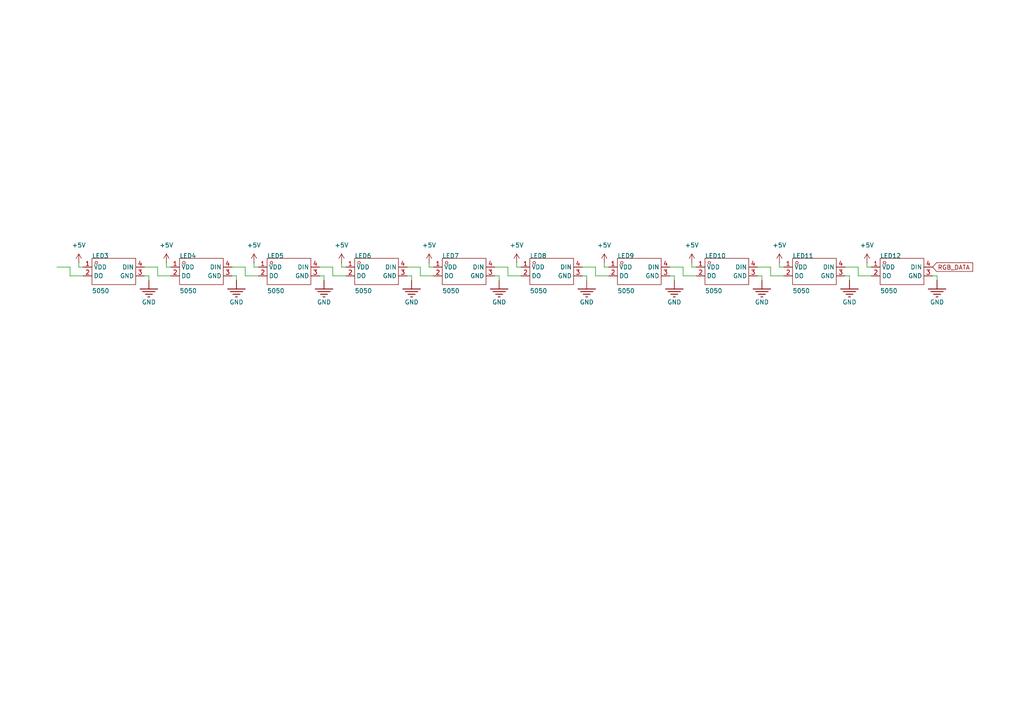
<source format=kicad_sch>
(kicad_sch
	(version 20231120)
	(generator "eeschema")
	(generator_version "8.0")
	(uuid "f85405bd-0f02-425c-9fed-07afd7024c5d")
	(paper "A4")
	(lib_symbols
		(symbol "Robot druh-easyedapro:5050"
			(exclude_from_sim no)
			(in_bom yes)
			(on_board yes)
			(property "Reference" "LED"
				(at 0 0 0)
				(effects
					(font
						(size 1.27 1.27)
					)
				)
			)
			(property "Value" ""
				(at 0 0 0)
				(effects
					(font
						(size 1.27 1.27)
					)
				)
			)
			(property "Footprint" "Robot druh-easyedapro:LED-SMD_4P-L5.0-W5.0-BL_TC5050RGB"
				(at 0 0 0)
				(effects
					(font
						(size 1.27 1.27)
					)
					(hide yes)
				)
			)
			(property "Datasheet" ""
				(at 0 0 0)
				(effects
					(font
						(size 1.27 1.27)
					)
					(hide yes)
				)
			)
			(property "Description" ""
				(at 0 0 0)
				(effects
					(font
						(size 1.27 1.27)
					)
					(hide yes)
				)
			)
			(property "Manufacturer Part" "5050"
				(at 0 0 0)
				(effects
					(font
						(size 1.27 1.27)
					)
					(hide yes)
				)
			)
			(property "Supplier Part" "C9900018310"
				(at 0 0 0)
				(effects
					(font
						(size 1.27 1.27)
					)
					(hide yes)
				)
			)
			(property "Supplier" "LCSC"
				(at 0 0 0)
				(effects
					(font
						(size 1.27 1.27)
					)
					(hide yes)
				)
			)
			(property "LCSC Part Name" "5050"
				(at 0 0 0)
				(effects
					(font
						(size 1.27 1.27)
					)
					(hide yes)
				)
			)
			(symbol "5050_1_0"
				(rectangle
					(start -6.35 -3.81)
					(end 6.35 3.81)
					(stroke
						(width 0)
						(type default)
					)
					(fill
						(type none)
					)
				)
				(circle
					(center -5.08 2.54)
					(radius 0.381)
					(stroke
						(width 0)
						(type default)
					)
					(fill
						(type none)
					)
				)
				(pin unspecified line
					(at -8.89 1.27 0)
					(length 2.54)
					(name "VDD"
						(effects
							(font
								(size 1.27 1.27)
							)
						)
					)
					(number "1"
						(effects
							(font
								(size 1.27 1.27)
							)
						)
					)
				)
				(pin unspecified line
					(at -8.89 -1.27 0)
					(length 2.54)
					(name "DO"
						(effects
							(font
								(size 1.27 1.27)
							)
						)
					)
					(number "2"
						(effects
							(font
								(size 1.27 1.27)
							)
						)
					)
				)
				(pin unspecified line
					(at 8.89 -1.27 180)
					(length 2.54)
					(name "GND"
						(effects
							(font
								(size 1.27 1.27)
							)
						)
					)
					(number "3"
						(effects
							(font
								(size 1.27 1.27)
							)
						)
					)
				)
				(pin unspecified line
					(at 8.89 1.27 180)
					(length 2.54)
					(name "DIN"
						(effects
							(font
								(size 1.27 1.27)
							)
						)
					)
					(number "4"
						(effects
							(font
								(size 1.27 1.27)
							)
						)
					)
				)
			)
		)
		(symbol "Robot druh-easyedapro:Ground-GND"
			(power)
			(pin_numbers hide)
			(pin_names hide)
			(exclude_from_sim no)
			(in_bom yes)
			(on_board yes)
			(property "Reference" "#PWR"
				(at 0 0 0)
				(effects
					(font
						(size 1.27 1.27)
					)
					(hide yes)
				)
			)
			(property "Value" "GND"
				(at 0 -6.35 0)
				(effects
					(font
						(size 1.27 1.27)
					)
				)
			)
			(property "Footprint" "Robot druh-easyedapro:"
				(at 0 0 0)
				(effects
					(font
						(size 1.27 1.27)
					)
					(hide yes)
				)
			)
			(property "Datasheet" ""
				(at 0 0 0)
				(effects
					(font
						(size 1.27 1.27)
					)
					(hide yes)
				)
			)
			(property "Description" ""
				(at 0 0 0)
				(effects
					(font
						(size 1.27 1.27)
					)
					(hide yes)
				)
			)
			(symbol "Ground-GND_1_0"
				(polyline
					(pts
						(xy -2.54 -2.54) (xy 2.54 -2.54)
					)
					(stroke
						(width 0.254)
						(type default)
					)
					(fill
						(type none)
					)
				)
				(polyline
					(pts
						(xy -1.778 -3.302) (xy 1.778 -3.302)
					)
					(stroke
						(width 0.254)
						(type default)
					)
					(fill
						(type none)
					)
				)
				(polyline
					(pts
						(xy -1.016 -4.064) (xy 1.016 -4.064)
					)
					(stroke
						(width 0.254)
						(type default)
					)
					(fill
						(type none)
					)
				)
				(polyline
					(pts
						(xy -0.254 -4.826) (xy 0.254 -4.826)
					)
					(stroke
						(width 0.254)
						(type default)
					)
					(fill
						(type none)
					)
				)
				(pin power_in line
					(at 0 0 270)
					(length 2.54)
					(name ""
						(effects
							(font
								(size 1.27 1.27)
							)
						)
					)
					(number "1"
						(effects
							(font
								(size 0.0254 0.0254)
							)
						)
					)
				)
			)
		)
		(symbol "power:+5V"
			(power)
			(pin_numbers hide)
			(pin_names
				(offset 0) hide)
			(exclude_from_sim no)
			(in_bom yes)
			(on_board yes)
			(property "Reference" "#PWR"
				(at 0 -3.81 0)
				(effects
					(font
						(size 1.27 1.27)
					)
					(hide yes)
				)
			)
			(property "Value" "+5V"
				(at 0 3.556 0)
				(effects
					(font
						(size 1.27 1.27)
					)
				)
			)
			(property "Footprint" ""
				(at 0 0 0)
				(effects
					(font
						(size 1.27 1.27)
					)
					(hide yes)
				)
			)
			(property "Datasheet" ""
				(at 0 0 0)
				(effects
					(font
						(size 1.27 1.27)
					)
					(hide yes)
				)
			)
			(property "Description" "Power symbol creates a global label with name \"+5V\""
				(at 0 0 0)
				(effects
					(font
						(size 1.27 1.27)
					)
					(hide yes)
				)
			)
			(property "ki_keywords" "global power"
				(at 0 0 0)
				(effects
					(font
						(size 1.27 1.27)
					)
					(hide yes)
				)
			)
			(symbol "+5V_0_1"
				(polyline
					(pts
						(xy -0.762 1.27) (xy 0 2.54)
					)
					(stroke
						(width 0)
						(type default)
					)
					(fill
						(type none)
					)
				)
				(polyline
					(pts
						(xy 0 0) (xy 0 2.54)
					)
					(stroke
						(width 0)
						(type default)
					)
					(fill
						(type none)
					)
				)
				(polyline
					(pts
						(xy 0 2.54) (xy 0.762 1.27)
					)
					(stroke
						(width 0)
						(type default)
					)
					(fill
						(type none)
					)
				)
			)
			(symbol "+5V_1_1"
				(pin power_in line
					(at 0 0 90)
					(length 0)
					(name "~"
						(effects
							(font
								(size 1.27 1.27)
							)
						)
					)
					(number "1"
						(effects
							(font
								(size 1.27 1.27)
							)
						)
					)
				)
			)
		)
	)
	(wire
		(pts
			(xy 143.51 77.47) (xy 147.32 77.47)
		)
		(stroke
			(width 0)
			(type default)
		)
		(uuid "015fcfcd-00df-4104-965a-283e2b06ebcf")
	)
	(wire
		(pts
			(xy 195.58 81.28) (xy 195.58 80.01)
		)
		(stroke
			(width 0)
			(type default)
		)
		(uuid "02495c90-d05a-4157-bfe2-011fe7f119b8")
	)
	(wire
		(pts
			(xy 175.26 77.47) (xy 175.26 76.2)
		)
		(stroke
			(width 0)
			(type default)
		)
		(uuid "07885261-a6c2-4f44-b89d-1b928a40d97f")
	)
	(wire
		(pts
			(xy 151.13 77.47) (xy 149.86 77.47)
		)
		(stroke
			(width 0)
			(type default)
		)
		(uuid "099475e7-34e7-4ef7-9414-8de57ebd2520")
	)
	(wire
		(pts
			(xy 96.52 80.01) (xy 100.33 80.01)
		)
		(stroke
			(width 0)
			(type default)
		)
		(uuid "15ce3e1d-f303-4d6f-bc8d-7597ec319dba")
	)
	(wire
		(pts
			(xy 144.78 80.01) (xy 143.51 80.01)
		)
		(stroke
			(width 0)
			(type default)
		)
		(uuid "170fcf63-548c-44f4-817c-8fa9a831d94c")
	)
	(wire
		(pts
			(xy 124.46 77.47) (xy 124.46 76.2)
		)
		(stroke
			(width 0)
			(type default)
		)
		(uuid "19091274-2dcb-4cbb-8473-4eb1c63ac691")
	)
	(wire
		(pts
			(xy 22.86 77.47) (xy 22.86 76.2)
		)
		(stroke
			(width 0)
			(type default)
		)
		(uuid "19a28fea-f1c6-43da-b633-8fc38dc104dd")
	)
	(wire
		(pts
			(xy 45.72 77.47) (xy 45.72 80.01)
		)
		(stroke
			(width 0)
			(type default)
		)
		(uuid "1ab5acc2-d5ea-442e-a2ac-cbe58d887347")
	)
	(wire
		(pts
			(xy 271.78 81.28) (xy 271.78 80.01)
		)
		(stroke
			(width 0)
			(type default)
		)
		(uuid "1c9f956e-9a94-4f5e-bd9d-5e99a8ded47e")
	)
	(wire
		(pts
			(xy 49.53 77.47) (xy 48.26 77.47)
		)
		(stroke
			(width 0)
			(type default)
		)
		(uuid "1d9b2455-0f33-486e-9ddf-dc10158a64cd")
	)
	(wire
		(pts
			(xy 43.18 80.01) (xy 41.91 80.01)
		)
		(stroke
			(width 0)
			(type default)
		)
		(uuid "1fea1ebb-4a1e-4960-95e5-e97e717f7eff")
	)
	(wire
		(pts
			(xy 246.38 80.01) (xy 245.11 80.01)
		)
		(stroke
			(width 0)
			(type default)
		)
		(uuid "2b3132af-1938-4c55-975b-b244ef273c1b")
	)
	(wire
		(pts
			(xy 168.91 77.47) (xy 172.72 77.47)
		)
		(stroke
			(width 0)
			(type default)
		)
		(uuid "2c586e02-75cb-4706-bd8f-35052230aa71")
	)
	(wire
		(pts
			(xy 220.98 80.01) (xy 219.71 80.01)
		)
		(stroke
			(width 0)
			(type default)
		)
		(uuid "34120148-50b1-402f-a7d4-00993159da62")
	)
	(wire
		(pts
			(xy 96.52 77.47) (xy 96.52 80.01)
		)
		(stroke
			(width 0)
			(type default)
		)
		(uuid "35e2be63-1288-479b-b164-e7f1ce8c5e6f")
	)
	(wire
		(pts
			(xy 147.32 80.01) (xy 151.13 80.01)
		)
		(stroke
			(width 0)
			(type default)
		)
		(uuid "3e4072d1-3a97-4f9c-a07f-f1aad89d0f39")
	)
	(wire
		(pts
			(xy 16.51 77.47) (xy 20.32 77.47)
		)
		(stroke
			(width 0)
			(type default)
		)
		(uuid "3f83b078-16f5-4b81-92cf-15ad49b41e4d")
	)
	(wire
		(pts
			(xy 68.58 80.01) (xy 67.31 80.01)
		)
		(stroke
			(width 0)
			(type default)
		)
		(uuid "4096b653-f1b7-4c6e-adba-c1ec0ebe1905")
	)
	(wire
		(pts
			(xy 125.73 77.47) (xy 124.46 77.47)
		)
		(stroke
			(width 0)
			(type default)
		)
		(uuid "46227c63-efe2-4d54-9356-d9003235595e")
	)
	(wire
		(pts
			(xy 201.93 77.47) (xy 200.66 77.47)
		)
		(stroke
			(width 0)
			(type default)
		)
		(uuid "4751ebc3-ef8c-42d2-9288-a97b1e8d47a2")
	)
	(wire
		(pts
			(xy 99.06 77.47) (xy 99.06 76.2)
		)
		(stroke
			(width 0)
			(type default)
		)
		(uuid "483f4594-5211-44dc-a3b6-67091f08c003")
	)
	(wire
		(pts
			(xy 172.72 77.47) (xy 172.72 80.01)
		)
		(stroke
			(width 0)
			(type default)
		)
		(uuid "492f2d66-2ef6-460a-9a99-2a7bb25cb0e0")
	)
	(wire
		(pts
			(xy 226.06 77.47) (xy 226.06 76.2)
		)
		(stroke
			(width 0)
			(type default)
		)
		(uuid "4a06cb3c-584b-4fd2-81c8-05f585d1703e")
	)
	(wire
		(pts
			(xy 246.38 81.28) (xy 246.38 80.01)
		)
		(stroke
			(width 0)
			(type default)
		)
		(uuid "4a6d480f-f930-4ad0-b9ed-cd723dbdeb58")
	)
	(wire
		(pts
			(xy 252.73 77.47) (xy 251.46 77.47)
		)
		(stroke
			(width 0)
			(type default)
		)
		(uuid "4e0352aa-26c1-4733-b4f1-94c1af352257")
	)
	(wire
		(pts
			(xy 149.86 77.47) (xy 149.86 76.2)
		)
		(stroke
			(width 0)
			(type default)
		)
		(uuid "505813b8-380a-4e3d-b94d-262f805c4e17")
	)
	(wire
		(pts
			(xy 121.92 80.01) (xy 125.73 80.01)
		)
		(stroke
			(width 0)
			(type default)
		)
		(uuid "505975b4-d09f-4fd3-a580-3d764a87f5df")
	)
	(wire
		(pts
			(xy 45.72 80.01) (xy 49.53 80.01)
		)
		(stroke
			(width 0)
			(type default)
		)
		(uuid "5161f80d-93e9-42b3-84ac-65dea048f730")
	)
	(wire
		(pts
			(xy 43.18 81.28) (xy 43.18 80.01)
		)
		(stroke
			(width 0)
			(type default)
		)
		(uuid "536a6cec-7007-4a43-b452-e7868e54f7cc")
	)
	(wire
		(pts
			(xy 170.18 81.28) (xy 170.18 80.01)
		)
		(stroke
			(width 0)
			(type default)
		)
		(uuid "53df718e-c237-4cf4-b124-9adaa34d1ae8")
	)
	(wire
		(pts
			(xy 198.12 77.47) (xy 198.12 80.01)
		)
		(stroke
			(width 0)
			(type default)
		)
		(uuid "5594c749-e72e-407b-a048-61ced996e57e")
	)
	(wire
		(pts
			(xy 223.52 80.01) (xy 227.33 80.01)
		)
		(stroke
			(width 0)
			(type default)
		)
		(uuid "564911f9-6c4f-4731-8920-f8f673ab108f")
	)
	(wire
		(pts
			(xy 24.13 77.47) (xy 22.86 77.47)
		)
		(stroke
			(width 0)
			(type default)
		)
		(uuid "59189ddb-1f12-4e4c-bef6-13d490371635")
	)
	(wire
		(pts
			(xy 251.46 77.47) (xy 251.46 76.2)
		)
		(stroke
			(width 0)
			(type default)
		)
		(uuid "6a6f8d76-198a-4d5e-bf3b-81b7f2985d07")
	)
	(wire
		(pts
			(xy 144.78 81.28) (xy 144.78 80.01)
		)
		(stroke
			(width 0)
			(type default)
		)
		(uuid "6f5f8b05-c2d4-4849-bea4-5172ccb08db9")
	)
	(wire
		(pts
			(xy 71.12 77.47) (xy 71.12 80.01)
		)
		(stroke
			(width 0)
			(type default)
		)
		(uuid "7142368e-44ee-4b36-b50c-723034bfad5d")
	)
	(wire
		(pts
			(xy 74.93 77.47) (xy 73.66 77.47)
		)
		(stroke
			(width 0)
			(type default)
		)
		(uuid "72656c7f-7d8c-4506-ac4c-cbd08af3fde7")
	)
	(wire
		(pts
			(xy 73.66 77.47) (xy 73.66 76.2)
		)
		(stroke
			(width 0)
			(type default)
		)
		(uuid "729eba7a-7421-4947-8c77-f49522132c54")
	)
	(wire
		(pts
			(xy 121.92 77.47) (xy 121.92 80.01)
		)
		(stroke
			(width 0)
			(type default)
		)
		(uuid "75a17784-396d-4d6b-a2fa-ab635090ceb9")
	)
	(wire
		(pts
			(xy 118.11 77.47) (xy 121.92 77.47)
		)
		(stroke
			(width 0)
			(type default)
		)
		(uuid "76a5a4c8-5917-42b1-a344-318b9a5d5ad3")
	)
	(wire
		(pts
			(xy 248.92 80.01) (xy 252.73 80.01)
		)
		(stroke
			(width 0)
			(type default)
		)
		(uuid "76d2bc65-4174-425a-a7eb-cc6ea365bfad")
	)
	(wire
		(pts
			(xy 93.98 80.01) (xy 92.71 80.01)
		)
		(stroke
			(width 0)
			(type default)
		)
		(uuid "7b897194-2bd9-47b4-b301-3e1893216f73")
	)
	(wire
		(pts
			(xy 219.71 77.47) (xy 223.52 77.47)
		)
		(stroke
			(width 0)
			(type default)
		)
		(uuid "7f5cb4d8-3da6-4fd5-9a75-ad86bda6b26f")
	)
	(wire
		(pts
			(xy 245.11 77.47) (xy 248.92 77.47)
		)
		(stroke
			(width 0)
			(type default)
		)
		(uuid "839e0ce1-2f0d-43aa-bc00-2fe41a3755da")
	)
	(wire
		(pts
			(xy 170.18 80.01) (xy 168.91 80.01)
		)
		(stroke
			(width 0)
			(type default)
		)
		(uuid "8699fd02-317c-4ef6-a1d8-00e909ac3165")
	)
	(wire
		(pts
			(xy 147.32 77.47) (xy 147.32 80.01)
		)
		(stroke
			(width 0)
			(type default)
		)
		(uuid "88a8e22a-b8ea-4f1b-9d90-632b66e91a75")
	)
	(wire
		(pts
			(xy 198.12 80.01) (xy 201.93 80.01)
		)
		(stroke
			(width 0)
			(type default)
		)
		(uuid "8cca702b-7f91-461f-b15c-f14fb4a801b0")
	)
	(wire
		(pts
			(xy 119.38 81.28) (xy 119.38 80.01)
		)
		(stroke
			(width 0)
			(type default)
		)
		(uuid "8cdeb3ff-5caa-42a1-8ca8-6629fea22b4c")
	)
	(wire
		(pts
			(xy 195.58 80.01) (xy 194.31 80.01)
		)
		(stroke
			(width 0)
			(type default)
		)
		(uuid "9aafde8a-4a52-404d-aea7-eaf992dcff73")
	)
	(wire
		(pts
			(xy 68.58 81.28) (xy 68.58 80.01)
		)
		(stroke
			(width 0)
			(type default)
		)
		(uuid "9e8b0751-75a8-4385-b879-c2a3067cca13")
	)
	(wire
		(pts
			(xy 41.91 77.47) (xy 45.72 77.47)
		)
		(stroke
			(width 0)
			(type default)
		)
		(uuid "a3522178-aad0-48be-b78d-7ceb9914ffde")
	)
	(wire
		(pts
			(xy 119.38 80.01) (xy 118.11 80.01)
		)
		(stroke
			(width 0)
			(type default)
		)
		(uuid "a6708dbb-fe2c-4fed-bdbf-f8f4b634a707")
	)
	(wire
		(pts
			(xy 271.78 80.01) (xy 270.51 80.01)
		)
		(stroke
			(width 0)
			(type default)
		)
		(uuid "abc31d4d-b573-431f-a776-7c0ec0eca457")
	)
	(wire
		(pts
			(xy 248.92 77.47) (xy 248.92 80.01)
		)
		(stroke
			(width 0)
			(type default)
		)
		(uuid "b1f9ef78-161b-4f9c-8018-b699f57d5f4f")
	)
	(wire
		(pts
			(xy 20.32 77.47) (xy 20.32 80.01)
		)
		(stroke
			(width 0)
			(type default)
		)
		(uuid "bbab599b-9175-4e63-9839-5025d47172fe")
	)
	(wire
		(pts
			(xy 223.52 77.47) (xy 223.52 80.01)
		)
		(stroke
			(width 0)
			(type default)
		)
		(uuid "bd515d1b-f2a9-4fd6-87b2-9c3496ceae07")
	)
	(wire
		(pts
			(xy 92.71 77.47) (xy 96.52 77.47)
		)
		(stroke
			(width 0)
			(type default)
		)
		(uuid "bfbf4f97-b458-492a-a715-2fcd5c6e4ae4")
	)
	(wire
		(pts
			(xy 194.31 77.47) (xy 198.12 77.47)
		)
		(stroke
			(width 0)
			(type default)
		)
		(uuid "c76364d5-ca7a-4f54-8516-8e7a3e7352ba")
	)
	(wire
		(pts
			(xy 100.33 77.47) (xy 99.06 77.47)
		)
		(stroke
			(width 0)
			(type default)
		)
		(uuid "c7928d28-e921-4fd8-b45f-3258c76d4e87")
	)
	(wire
		(pts
			(xy 20.32 80.01) (xy 24.13 80.01)
		)
		(stroke
			(width 0)
			(type default)
		)
		(uuid "c9de6880-6a8d-4bf1-a866-4e15e2c876df")
	)
	(wire
		(pts
			(xy 67.31 77.47) (xy 71.12 77.47)
		)
		(stroke
			(width 0)
			(type default)
		)
		(uuid "ccdaaf16-1401-4ae3-a6de-da15617fd536")
	)
	(wire
		(pts
			(xy 48.26 77.47) (xy 48.26 76.2)
		)
		(stroke
			(width 0)
			(type default)
		)
		(uuid "d5f26607-b7ea-47ca-a857-da588af19db6")
	)
	(wire
		(pts
			(xy 176.53 77.47) (xy 175.26 77.47)
		)
		(stroke
			(width 0)
			(type default)
		)
		(uuid "da8a53ad-be07-4190-92f4-2b22f5772a27")
	)
	(wire
		(pts
			(xy 227.33 77.47) (xy 226.06 77.47)
		)
		(stroke
			(width 0)
			(type default)
		)
		(uuid "e1d655f1-8d68-4925-ab81-ce9aedc48256")
	)
	(wire
		(pts
			(xy 71.12 80.01) (xy 74.93 80.01)
		)
		(stroke
			(width 0)
			(type default)
		)
		(uuid "ec764828-aa81-4ef0-ad90-edc6062f226b")
	)
	(wire
		(pts
			(xy 200.66 77.47) (xy 200.66 76.2)
		)
		(stroke
			(width 0)
			(type default)
		)
		(uuid "f23117e3-888f-4a78-8498-7d6f930cd310")
	)
	(wire
		(pts
			(xy 220.98 81.28) (xy 220.98 80.01)
		)
		(stroke
			(width 0)
			(type default)
		)
		(uuid "f4029105-fe02-4619-8c0c-1e8d888087a1")
	)
	(wire
		(pts
			(xy 93.98 81.28) (xy 93.98 80.01)
		)
		(stroke
			(width 0)
			(type default)
		)
		(uuid "f4bb6468-7967-41f1-b8ce-e7240e3a8601")
	)
	(wire
		(pts
			(xy 172.72 80.01) (xy 176.53 80.01)
		)
		(stroke
			(width 0)
			(type default)
		)
		(uuid "fd465345-82ff-4fef-bdcf-bd8415d7612f")
	)
	(global_label "RGB_DATA"
		(shape input)
		(at 270.51 77.47 0)
		(effects
			(font
				(size 1.27 1.27)
			)
			(justify left)
		)
		(uuid "e029b82b-1bfc-4ba0-9156-2f02680a4126")
		(property "Intersheetrefs" "${INTERSHEET_REFS}"
			(at 270.51 77.47 0)
			(effects
				(font
					(size 1.27 1.27)
				)
				(hide yes)
			)
		)
	)
	(symbol
		(lib_id "Robot druh-easyedapro:Ground-GND")
		(at 144.78 81.28 0)
		(unit 1)
		(exclude_from_sim no)
		(in_bom yes)
		(on_board yes)
		(dnp no)
		(uuid "0cd00f1a-6fb8-4cd6-a56d-6f53c2cd956d")
		(property "Reference" "#PWR072"
			(at 144.78 81.28 0)
			(effects
				(font
					(size 1.27 1.27)
				)
				(hide yes)
			)
		)
		(property "Value" "GND"
			(at 144.78 87.63 0)
			(effects
				(font
					(size 1.27 1.27)
				)
			)
		)
		(property "Footprint" "Robot druh-easyedapro:"
			(at 144.78 81.28 0)
			(effects
				(font
					(size 1.27 1.27)
				)
				(hide yes)
			)
		)
		(property "Datasheet" ""
			(at 144.78 81.28 0)
			(effects
				(font
					(size 1.27 1.27)
				)
				(hide yes)
			)
		)
		(property "Description" ""
			(at 144.78 81.28 0)
			(effects
				(font
					(size 1.27 1.27)
				)
				(hide yes)
			)
		)
		(pin "1"
			(uuid "874fe343-d069-4f95-94d1-d7bb4d505a7b")
		)
		(instances
			(project "LineFollower_V2"
				(path "/76a20473-53d0-433c-9f05-17cd0a98178a/9e2c9acb-58c5-4f2d-bb43-b71d41a26d17"
					(reference "#PWR072")
					(unit 1)
				)
			)
		)
	)
	(symbol
		(lib_id "power:+5V")
		(at 48.26 76.2 0)
		(unit 1)
		(exclude_from_sim no)
		(in_bom yes)
		(on_board yes)
		(dnp no)
		(fields_autoplaced yes)
		(uuid "13d60f49-9ce8-48b5-8344-457b73d11cfa")
		(property "Reference" "#PWR077"
			(at 48.26 80.01 0)
			(effects
				(font
					(size 1.27 1.27)
				)
				(hide yes)
			)
		)
		(property "Value" "+5V"
			(at 48.26 71.12 0)
			(effects
				(font
					(size 1.27 1.27)
				)
			)
		)
		(property "Footprint" ""
			(at 48.26 76.2 0)
			(effects
				(font
					(size 1.27 1.27)
				)
				(hide yes)
			)
		)
		(property "Datasheet" ""
			(at 48.26 76.2 0)
			(effects
				(font
					(size 1.27 1.27)
				)
				(hide yes)
			)
		)
		(property "Description" "Power symbol creates a global label with name \"+5V\""
			(at 48.26 76.2 0)
			(effects
				(font
					(size 1.27 1.27)
				)
				(hide yes)
			)
		)
		(pin "1"
			(uuid "1c827aff-a981-4298-9471-b813be0e8316")
		)
		(instances
			(project "LineFollower_V2"
				(path "/76a20473-53d0-433c-9f05-17cd0a98178a/9e2c9acb-58c5-4f2d-bb43-b71d41a26d17"
					(reference "#PWR077")
					(unit 1)
				)
			)
		)
	)
	(symbol
		(lib_id "Robot druh-easyedapro:Ground-GND")
		(at 43.18 81.28 0)
		(unit 1)
		(exclude_from_sim no)
		(in_bom yes)
		(on_board yes)
		(dnp no)
		(uuid "179d4250-58a6-4111-a38b-b15a87013df6")
		(property "Reference" "#PWR064"
			(at 43.18 81.28 0)
			(effects
				(font
					(size 1.27 1.27)
				)
				(hide yes)
			)
		)
		(property "Value" "GND"
			(at 43.18 87.63 0)
			(effects
				(font
					(size 1.27 1.27)
				)
			)
		)
		(property "Footprint" "Robot druh-easyedapro:"
			(at 43.18 81.28 0)
			(effects
				(font
					(size 1.27 1.27)
				)
				(hide yes)
			)
		)
		(property "Datasheet" ""
			(at 43.18 81.28 0)
			(effects
				(font
					(size 1.27 1.27)
				)
				(hide yes)
			)
		)
		(property "Description" ""
			(at 43.18 81.28 0)
			(effects
				(font
					(size 1.27 1.27)
				)
				(hide yes)
			)
		)
		(pin "1"
			(uuid "c0f2d356-d615-4ef9-a52d-65ce7554e1d7")
		)
		(instances
			(project "LineFollower_V2"
				(path "/76a20473-53d0-433c-9f05-17cd0a98178a/9e2c9acb-58c5-4f2d-bb43-b71d41a26d17"
					(reference "#PWR064")
					(unit 1)
				)
			)
		)
	)
	(symbol
		(lib_id "Robot druh-easyedapro:5050")
		(at 210.82 78.74 0)
		(unit 1)
		(exclude_from_sim no)
		(in_bom yes)
		(on_board yes)
		(dnp no)
		(uuid "2dcc9bfd-6ab8-457a-9d60-c9a31468957e")
		(property "Reference" "LED10"
			(at 204.47 74.93 0)
			(effects
				(font
					(size 1.27 1.27)
				)
				(justify left bottom)
			)
		)
		(property "Value" "5050"
			(at 204.47 85.09 0)
			(effects
				(font
					(size 1.27 1.27)
				)
				(justify left bottom)
			)
		)
		(property "Footprint" "easyEDA_footprints:LED-SMD_4P-L5.0-W5.0-BL_TC5050RGB"
			(at 210.82 78.74 0)
			(effects
				(font
					(size 1.27 1.27)
				)
				(hide yes)
			)
		)
		(property "Datasheet" ""
			(at 210.82 78.74 0)
			(effects
				(font
					(size 1.27 1.27)
				)
				(hide yes)
			)
		)
		(property "Description" ""
			(at 210.82 78.74 0)
			(effects
				(font
					(size 1.27 1.27)
				)
				(hide yes)
			)
		)
		(property "Manufacturer Part" "5050"
			(at 210.82 78.74 0)
			(effects
				(font
					(size 1.27 1.27)
				)
				(hide yes)
			)
		)
		(property "Supplier Part" "C9900018310"
			(at 210.82 78.74 0)
			(effects
				(font
					(size 1.27 1.27)
				)
				(hide yes)
			)
		)
		(property "Supplier" "LCSC"
			(at 210.82 78.74 0)
			(effects
				(font
					(size 1.27 1.27)
				)
				(hide yes)
			)
		)
		(property "LCSC Part Name" "5050"
			(at 210.82 78.74 0)
			(effects
				(font
					(size 1.27 1.27)
				)
				(hide yes)
			)
		)
		(pin "4"
			(uuid "5eb9f724-06f5-4c14-8451-42b79113cc43")
		)
		(pin "3"
			(uuid "35b8d211-b31e-479c-8821-e3811b779065")
		)
		(pin "2"
			(uuid "ac64ce99-f41f-4dfc-808f-503ddbe1027e")
		)
		(pin "1"
			(uuid "570f08d0-81d7-4767-8a19-16906109826d")
		)
		(instances
			(project "LineFollower_V2"
				(path "/76a20473-53d0-433c-9f05-17cd0a98178a/9e2c9acb-58c5-4f2d-bb43-b71d41a26d17"
					(reference "LED10")
					(unit 1)
				)
			)
		)
	)
	(symbol
		(lib_id "power:+5V")
		(at 175.26 76.2 0)
		(unit 1)
		(exclude_from_sim no)
		(in_bom yes)
		(on_board yes)
		(dnp no)
		(fields_autoplaced yes)
		(uuid "48761d43-e199-4c07-b21f-5097506fb4ac")
		(property "Reference" "#PWR067"
			(at 175.26 80.01 0)
			(effects
				(font
					(size 1.27 1.27)
				)
				(hide yes)
			)
		)
		(property "Value" "+5V"
			(at 175.26 71.12 0)
			(effects
				(font
					(size 1.27 1.27)
				)
			)
		)
		(property "Footprint" ""
			(at 175.26 76.2 0)
			(effects
				(font
					(size 1.27 1.27)
				)
				(hide yes)
			)
		)
		(property "Datasheet" ""
			(at 175.26 76.2 0)
			(effects
				(font
					(size 1.27 1.27)
				)
				(hide yes)
			)
		)
		(property "Description" "Power symbol creates a global label with name \"+5V\""
			(at 175.26 76.2 0)
			(effects
				(font
					(size 1.27 1.27)
				)
				(hide yes)
			)
		)
		(pin "1"
			(uuid "a3ec7139-c905-4490-8cc7-5fe3d5685d27")
		)
		(instances
			(project "LineFollower_V2"
				(path "/76a20473-53d0-433c-9f05-17cd0a98178a/9e2c9acb-58c5-4f2d-bb43-b71d41a26d17"
					(reference "#PWR067")
					(unit 1)
				)
			)
		)
	)
	(symbol
		(lib_id "Robot druh-easyedapro:5050")
		(at 58.42 78.74 0)
		(unit 1)
		(exclude_from_sim no)
		(in_bom yes)
		(on_board yes)
		(dnp no)
		(uuid "53e873b3-784a-40ce-a2be-3adae22e949c")
		(property "Reference" "LED4"
			(at 52.07 74.93 0)
			(effects
				(font
					(size 1.27 1.27)
				)
				(justify left bottom)
			)
		)
		(property "Value" "5050"
			(at 52.07 85.09 0)
			(effects
				(font
					(size 1.27 1.27)
				)
				(justify left bottom)
			)
		)
		(property "Footprint" "easyEDA_footprints:LED-SMD_4P-L5.0-W5.0-BL_TC5050RGB"
			(at 58.42 78.74 0)
			(effects
				(font
					(size 1.27 1.27)
				)
				(hide yes)
			)
		)
		(property "Datasheet" ""
			(at 58.42 78.74 0)
			(effects
				(font
					(size 1.27 1.27)
				)
				(hide yes)
			)
		)
		(property "Description" ""
			(at 58.42 78.74 0)
			(effects
				(font
					(size 1.27 1.27)
				)
				(hide yes)
			)
		)
		(property "Manufacturer Part" "5050"
			(at 58.42 78.74 0)
			(effects
				(font
					(size 1.27 1.27)
				)
				(hide yes)
			)
		)
		(property "Supplier Part" "C9900018310"
			(at 58.42 78.74 0)
			(effects
				(font
					(size 1.27 1.27)
				)
				(hide yes)
			)
		)
		(property "Supplier" "LCSC"
			(at 58.42 78.74 0)
			(effects
				(font
					(size 1.27 1.27)
				)
				(hide yes)
			)
		)
		(property "LCSC Part Name" "5050"
			(at 58.42 78.74 0)
			(effects
				(font
					(size 1.27 1.27)
				)
				(hide yes)
			)
		)
		(pin "1"
			(uuid "4dbbac32-e41b-4a02-929b-b1d935db1abb")
		)
		(pin "4"
			(uuid "a05f6cbe-840d-4cd1-896d-490fcaaae195")
		)
		(pin "2"
			(uuid "da54eec8-8386-4a0f-97fa-996a103f8898")
		)
		(pin "3"
			(uuid "c16a7d84-96b7-47dd-a129-28d3e1392cae")
		)
		(instances
			(project "LineFollower_V2"
				(path "/76a20473-53d0-433c-9f05-17cd0a98178a/9e2c9acb-58c5-4f2d-bb43-b71d41a26d17"
					(reference "LED4")
					(unit 1)
				)
			)
		)
	)
	(symbol
		(lib_id "Robot druh-easyedapro:Ground-GND")
		(at 93.98 81.28 0)
		(unit 1)
		(exclude_from_sim no)
		(in_bom yes)
		(on_board yes)
		(dnp no)
		(uuid "62477fe1-283c-4343-8ab0-549ae6490834")
		(property "Reference" "#PWR068"
			(at 93.98 81.28 0)
			(effects
				(font
					(size 1.27 1.27)
				)
				(hide yes)
			)
		)
		(property "Value" "GND"
			(at 93.98 87.63 0)
			(effects
				(font
					(size 1.27 1.27)
				)
			)
		)
		(property "Footprint" "Robot druh-easyedapro:"
			(at 93.98 81.28 0)
			(effects
				(font
					(size 1.27 1.27)
				)
				(hide yes)
			)
		)
		(property "Datasheet" ""
			(at 93.98 81.28 0)
			(effects
				(font
					(size 1.27 1.27)
				)
				(hide yes)
			)
		)
		(property "Description" ""
			(at 93.98 81.28 0)
			(effects
				(font
					(size 1.27 1.27)
				)
				(hide yes)
			)
		)
		(pin "1"
			(uuid "ef740871-4a8c-47bf-a1b6-518f33cba395")
		)
		(instances
			(project "LineFollower_V2"
				(path "/76a20473-53d0-433c-9f05-17cd0a98178a/9e2c9acb-58c5-4f2d-bb43-b71d41a26d17"
					(reference "#PWR068")
					(unit 1)
				)
			)
		)
	)
	(symbol
		(lib_id "Robot druh-easyedapro:5050")
		(at 185.42 78.74 0)
		(unit 1)
		(exclude_from_sim no)
		(in_bom yes)
		(on_board yes)
		(dnp no)
		(uuid "6729c663-184e-45b0-8da7-bc2ccb63ee57")
		(property "Reference" "LED9"
			(at 179.07 74.93 0)
			(effects
				(font
					(size 1.27 1.27)
				)
				(justify left bottom)
			)
		)
		(property "Value" "5050"
			(at 179.07 85.09 0)
			(effects
				(font
					(size 1.27 1.27)
				)
				(justify left bottom)
			)
		)
		(property "Footprint" "easyEDA_footprints:LED-SMD_4P-L5.0-W5.0-BL_TC5050RGB"
			(at 185.42 78.74 0)
			(effects
				(font
					(size 1.27 1.27)
				)
				(hide yes)
			)
		)
		(property "Datasheet" ""
			(at 185.42 78.74 0)
			(effects
				(font
					(size 1.27 1.27)
				)
				(hide yes)
			)
		)
		(property "Description" ""
			(at 185.42 78.74 0)
			(effects
				(font
					(size 1.27 1.27)
				)
				(hide yes)
			)
		)
		(property "Manufacturer Part" "5050"
			(at 185.42 78.74 0)
			(effects
				(font
					(size 1.27 1.27)
				)
				(hide yes)
			)
		)
		(property "Supplier Part" "C9900018310"
			(at 185.42 78.74 0)
			(effects
				(font
					(size 1.27 1.27)
				)
				(hide yes)
			)
		)
		(property "Supplier" "LCSC"
			(at 185.42 78.74 0)
			(effects
				(font
					(size 1.27 1.27)
				)
				(hide yes)
			)
		)
		(property "LCSC Part Name" "5050"
			(at 185.42 78.74 0)
			(effects
				(font
					(size 1.27 1.27)
				)
				(hide yes)
			)
		)
		(pin "4"
			(uuid "614c3ceb-4d94-4305-a43f-5f2a426f0e9e")
		)
		(pin "2"
			(uuid "355c9a3a-5eab-4eb3-afa4-1d13a3ba944a")
		)
		(pin "1"
			(uuid "8b7ac183-1fe0-42c3-9e6e-b668fc85ffb6")
		)
		(pin "3"
			(uuid "197cfcac-0dd9-42f4-a564-a7d3b723e4bd")
		)
		(instances
			(project "LineFollower_V2"
				(path "/76a20473-53d0-433c-9f05-17cd0a98178a/9e2c9acb-58c5-4f2d-bb43-b71d41a26d17"
					(reference "LED9")
					(unit 1)
				)
			)
		)
	)
	(symbol
		(lib_id "power:+5V")
		(at 73.66 76.2 0)
		(unit 1)
		(exclude_from_sim no)
		(in_bom yes)
		(on_board yes)
		(dnp no)
		(fields_autoplaced yes)
		(uuid "748a0a72-e900-4827-9a9f-e6d3a6b2123f")
		(property "Reference" "#PWR075"
			(at 73.66 80.01 0)
			(effects
				(font
					(size 1.27 1.27)
				)
				(hide yes)
			)
		)
		(property "Value" "+5V"
			(at 73.66 71.12 0)
			(effects
				(font
					(size 1.27 1.27)
				)
			)
		)
		(property "Footprint" ""
			(at 73.66 76.2 0)
			(effects
				(font
					(size 1.27 1.27)
				)
				(hide yes)
			)
		)
		(property "Datasheet" ""
			(at 73.66 76.2 0)
			(effects
				(font
					(size 1.27 1.27)
				)
				(hide yes)
			)
		)
		(property "Description" "Power symbol creates a global label with name \"+5V\""
			(at 73.66 76.2 0)
			(effects
				(font
					(size 1.27 1.27)
				)
				(hide yes)
			)
		)
		(pin "1"
			(uuid "bfe0a3c0-4a26-4e89-a707-0ad383092b32")
		)
		(instances
			(project "LineFollower_V2"
				(path "/76a20473-53d0-433c-9f05-17cd0a98178a/9e2c9acb-58c5-4f2d-bb43-b71d41a26d17"
					(reference "#PWR075")
					(unit 1)
				)
			)
		)
	)
	(symbol
		(lib_id "Robot druh-easyedapro:Ground-GND")
		(at 246.38 81.28 0)
		(unit 1)
		(exclude_from_sim no)
		(in_bom yes)
		(on_board yes)
		(dnp no)
		(uuid "7d6bcb99-f2cd-4271-b234-d2cbfda3f766")
		(property "Reference" "#PWR080"
			(at 246.38 81.28 0)
			(effects
				(font
					(size 1.27 1.27)
				)
				(hide yes)
			)
		)
		(property "Value" "GND"
			(at 246.38 87.63 0)
			(effects
				(font
					(size 1.27 1.27)
				)
			)
		)
		(property "Footprint" "Robot druh-easyedapro:"
			(at 246.38 81.28 0)
			(effects
				(font
					(size 1.27 1.27)
				)
				(hide yes)
			)
		)
		(property "Datasheet" ""
			(at 246.38 81.28 0)
			(effects
				(font
					(size 1.27 1.27)
				)
				(hide yes)
			)
		)
		(property "Description" ""
			(at 246.38 81.28 0)
			(effects
				(font
					(size 1.27 1.27)
				)
				(hide yes)
			)
		)
		(pin "1"
			(uuid "a7dd3478-4351-4f0c-b8d8-ec66c7ba3c2a")
		)
		(instances
			(project "LineFollower_V2"
				(path "/76a20473-53d0-433c-9f05-17cd0a98178a/9e2c9acb-58c5-4f2d-bb43-b71d41a26d17"
					(reference "#PWR080")
					(unit 1)
				)
			)
		)
	)
	(symbol
		(lib_id "power:+5V")
		(at 149.86 76.2 0)
		(unit 1)
		(exclude_from_sim no)
		(in_bom yes)
		(on_board yes)
		(dnp no)
		(fields_autoplaced yes)
		(uuid "8054bd24-5d15-47d6-8b26-0bb943e68b19")
		(property "Reference" "#PWR069"
			(at 149.86 80.01 0)
			(effects
				(font
					(size 1.27 1.27)
				)
				(hide yes)
			)
		)
		(property "Value" "+5V"
			(at 149.86 71.12 0)
			(effects
				(font
					(size 1.27 1.27)
				)
			)
		)
		(property "Footprint" ""
			(at 149.86 76.2 0)
			(effects
				(font
					(size 1.27 1.27)
				)
				(hide yes)
			)
		)
		(property "Datasheet" ""
			(at 149.86 76.2 0)
			(effects
				(font
					(size 1.27 1.27)
				)
				(hide yes)
			)
		)
		(property "Description" "Power symbol creates a global label with name \"+5V\""
			(at 149.86 76.2 0)
			(effects
				(font
					(size 1.27 1.27)
				)
				(hide yes)
			)
		)
		(pin "1"
			(uuid "d4aa1ddf-5d1c-48d3-af1c-2a4c3a1e98e4")
		)
		(instances
			(project "LineFollower_V2"
				(path "/76a20473-53d0-433c-9f05-17cd0a98178a/9e2c9acb-58c5-4f2d-bb43-b71d41a26d17"
					(reference "#PWR069")
					(unit 1)
				)
			)
		)
	)
	(symbol
		(lib_id "Robot druh-easyedapro:Ground-GND")
		(at 271.78 81.28 0)
		(unit 1)
		(exclude_from_sim no)
		(in_bom yes)
		(on_board yes)
		(dnp no)
		(uuid "8984e9fb-c535-4d4c-a131-139b6ec4fcf8")
		(property "Reference" "#PWR082"
			(at 271.78 81.28 0)
			(effects
				(font
					(size 1.27 1.27)
				)
				(hide yes)
			)
		)
		(property "Value" "GND"
			(at 271.78 87.63 0)
			(effects
				(font
					(size 1.27 1.27)
				)
			)
		)
		(property "Footprint" "Robot druh-easyedapro:"
			(at 271.78 81.28 0)
			(effects
				(font
					(size 1.27 1.27)
				)
				(hide yes)
			)
		)
		(property "Datasheet" ""
			(at 271.78 81.28 0)
			(effects
				(font
					(size 1.27 1.27)
				)
				(hide yes)
			)
		)
		(property "Description" ""
			(at 271.78 81.28 0)
			(effects
				(font
					(size 1.27 1.27)
				)
				(hide yes)
			)
		)
		(pin "1"
			(uuid "6ec24d10-70cf-4320-8c2b-81b9ea6b66a2")
		)
		(instances
			(project "LineFollower_V2"
				(path "/76a20473-53d0-433c-9f05-17cd0a98178a/9e2c9acb-58c5-4f2d-bb43-b71d41a26d17"
					(reference "#PWR082")
					(unit 1)
				)
			)
		)
	)
	(symbol
		(lib_id "Robot druh-easyedapro:5050")
		(at 33.02 78.74 0)
		(unit 1)
		(exclude_from_sim no)
		(in_bom yes)
		(on_board yes)
		(dnp no)
		(uuid "8c3bbdd7-5b83-4a35-a14f-61e30b26c82a")
		(property "Reference" "LED3"
			(at 26.67 74.93 0)
			(effects
				(font
					(size 1.27 1.27)
				)
				(justify left bottom)
			)
		)
		(property "Value" "5050"
			(at 26.67 85.09 0)
			(effects
				(font
					(size 1.27 1.27)
				)
				(justify left bottom)
			)
		)
		(property "Footprint" "easyEDA_footprints:LED-SMD_4P-L5.0-W5.0-BL_TC5050RGB"
			(at 33.02 78.74 0)
			(effects
				(font
					(size 1.27 1.27)
				)
				(hide yes)
			)
		)
		(property "Datasheet" ""
			(at 33.02 78.74 0)
			(effects
				(font
					(size 1.27 1.27)
				)
				(hide yes)
			)
		)
		(property "Description" ""
			(at 33.02 78.74 0)
			(effects
				(font
					(size 1.27 1.27)
				)
				(hide yes)
			)
		)
		(property "Manufacturer Part" "5050"
			(at 33.02 78.74 0)
			(effects
				(font
					(size 1.27 1.27)
				)
				(hide yes)
			)
		)
		(property "Supplier Part" "C9900018310"
			(at 33.02 78.74 0)
			(effects
				(font
					(size 1.27 1.27)
				)
				(hide yes)
			)
		)
		(property "Supplier" "LCSC"
			(at 33.02 78.74 0)
			(effects
				(font
					(size 1.27 1.27)
				)
				(hide yes)
			)
		)
		(property "LCSC Part Name" "5050"
			(at 33.02 78.74 0)
			(effects
				(font
					(size 1.27 1.27)
				)
				(hide yes)
			)
		)
		(pin "1"
			(uuid "0a052d6a-426a-4ac4-a62f-3631847ff90e")
		)
		(pin "4"
			(uuid "6a4accbe-73c3-4236-a49e-1c013328e4dd")
		)
		(pin "2"
			(uuid "efd32cb6-8e00-4075-a4a9-3586d99e428c")
		)
		(pin "3"
			(uuid "7bf2c8a7-c232-403d-b485-502487264479")
		)
		(instances
			(project "LineFollower_V2"
				(path "/76a20473-53d0-433c-9f05-17cd0a98178a/9e2c9acb-58c5-4f2d-bb43-b71d41a26d17"
					(reference "LED3")
					(unit 1)
				)
			)
		)
	)
	(symbol
		(lib_id "Robot druh-easyedapro:5050")
		(at 109.22 78.74 0)
		(unit 1)
		(exclude_from_sim no)
		(in_bom yes)
		(on_board yes)
		(dnp no)
		(uuid "919eae40-2cff-4f98-9b53-5cd347d24d05")
		(property "Reference" "LED6"
			(at 102.87 74.93 0)
			(effects
				(font
					(size 1.27 1.27)
				)
				(justify left bottom)
			)
		)
		(property "Value" "5050"
			(at 102.87 85.09 0)
			(effects
				(font
					(size 1.27 1.27)
				)
				(justify left bottom)
			)
		)
		(property "Footprint" "easyEDA_footprints:LED-SMD_4P-L5.0-W5.0-BL_TC5050RGB"
			(at 109.22 78.74 0)
			(effects
				(font
					(size 1.27 1.27)
				)
				(hide yes)
			)
		)
		(property "Datasheet" ""
			(at 109.22 78.74 0)
			(effects
				(font
					(size 1.27 1.27)
				)
				(hide yes)
			)
		)
		(property "Description" ""
			(at 109.22 78.74 0)
			(effects
				(font
					(size 1.27 1.27)
				)
				(hide yes)
			)
		)
		(property "Manufacturer Part" "5050"
			(at 109.22 78.74 0)
			(effects
				(font
					(size 1.27 1.27)
				)
				(hide yes)
			)
		)
		(property "Supplier Part" "C9900018310"
			(at 109.22 78.74 0)
			(effects
				(font
					(size 1.27 1.27)
				)
				(hide yes)
			)
		)
		(property "Supplier" "LCSC"
			(at 109.22 78.74 0)
			(effects
				(font
					(size 1.27 1.27)
				)
				(hide yes)
			)
		)
		(property "LCSC Part Name" "5050"
			(at 109.22 78.74 0)
			(effects
				(font
					(size 1.27 1.27)
				)
				(hide yes)
			)
		)
		(pin "1"
			(uuid "dc33a463-2165-4b5a-84ba-bd2e3056477b")
		)
		(pin "4"
			(uuid "7cd4bc2a-d01d-4b7c-9aac-832be967850a")
		)
		(pin "2"
			(uuid "4520e9ef-558e-4088-8141-593537317fc1")
		)
		(pin "3"
			(uuid "f3e55a1d-f60c-4b0e-b5e3-ffd1dc06d53a")
		)
		(instances
			(project "LineFollower_V2"
				(path "/76a20473-53d0-433c-9f05-17cd0a98178a/9e2c9acb-58c5-4f2d-bb43-b71d41a26d17"
					(reference "LED6")
					(unit 1)
				)
			)
		)
	)
	(symbol
		(lib_id "Robot druh-easyedapro:5050")
		(at 261.62 78.74 0)
		(unit 1)
		(exclude_from_sim no)
		(in_bom yes)
		(on_board yes)
		(dnp no)
		(uuid "986f6ac6-b863-4cf9-9fae-8fe27b2f81be")
		(property "Reference" "LED12"
			(at 255.27 74.93 0)
			(effects
				(font
					(size 1.27 1.27)
				)
				(justify left bottom)
			)
		)
		(property "Value" "5050"
			(at 255.27 85.09 0)
			(effects
				(font
					(size 1.27 1.27)
				)
				(justify left bottom)
			)
		)
		(property "Footprint" "easyEDA_footprints:LED-SMD_4P-L5.0-W5.0-BL_TC5050RGB"
			(at 261.62 78.74 0)
			(effects
				(font
					(size 1.27 1.27)
				)
				(hide yes)
			)
		)
		(property "Datasheet" ""
			(at 261.62 78.74 0)
			(effects
				(font
					(size 1.27 1.27)
				)
				(hide yes)
			)
		)
		(property "Description" ""
			(at 261.62 78.74 0)
			(effects
				(font
					(size 1.27 1.27)
				)
				(hide yes)
			)
		)
		(property "Manufacturer Part" "5050"
			(at 261.62 78.74 0)
			(effects
				(font
					(size 1.27 1.27)
				)
				(hide yes)
			)
		)
		(property "Supplier Part" "C9900018310"
			(at 261.62 78.74 0)
			(effects
				(font
					(size 1.27 1.27)
				)
				(hide yes)
			)
		)
		(property "Supplier" "LCSC"
			(at 261.62 78.74 0)
			(effects
				(font
					(size 1.27 1.27)
				)
				(hide yes)
			)
		)
		(property "LCSC Part Name" "5050"
			(at 261.62 78.74 0)
			(effects
				(font
					(size 1.27 1.27)
				)
				(hide yes)
			)
		)
		(pin "1"
			(uuid "7b967b4a-c68e-4e17-a3c1-d00b0c1a124c")
		)
		(pin "3"
			(uuid "8c703bbe-03a9-4ff1-b1e9-8120bafbf29c")
		)
		(pin "2"
			(uuid "1b24e849-eeaf-42d1-b13f-2583ed314699")
		)
		(pin "4"
			(uuid "3ff2bb55-640f-4eb2-a067-accaca6ebb2d")
		)
		(instances
			(project "LineFollower_V2"
				(path "/76a20473-53d0-433c-9f05-17cd0a98178a/9e2c9acb-58c5-4f2d-bb43-b71d41a26d17"
					(reference "LED12")
					(unit 1)
				)
			)
		)
	)
	(symbol
		(lib_id "power:+5V")
		(at 22.86 76.2 0)
		(unit 1)
		(exclude_from_sim no)
		(in_bom yes)
		(on_board yes)
		(dnp no)
		(fields_autoplaced yes)
		(uuid "9ce25682-6ad4-4cbd-9a41-5701ebbed64b")
		(property "Reference" "#PWR079"
			(at 22.86 80.01 0)
			(effects
				(font
					(size 1.27 1.27)
				)
				(hide yes)
			)
		)
		(property "Value" "+5V"
			(at 22.86 71.12 0)
			(effects
				(font
					(size 1.27 1.27)
				)
			)
		)
		(property "Footprint" ""
			(at 22.86 76.2 0)
			(effects
				(font
					(size 1.27 1.27)
				)
				(hide yes)
			)
		)
		(property "Datasheet" ""
			(at 22.86 76.2 0)
			(effects
				(font
					(size 1.27 1.27)
				)
				(hide yes)
			)
		)
		(property "Description" "Power symbol creates a global label with name \"+5V\""
			(at 22.86 76.2 0)
			(effects
				(font
					(size 1.27 1.27)
				)
				(hide yes)
			)
		)
		(pin "1"
			(uuid "0e998bdd-d06f-4c6c-bef8-374d6cc6669d")
		)
		(instances
			(project "LineFollower_V2"
				(path "/76a20473-53d0-433c-9f05-17cd0a98178a/9e2c9acb-58c5-4f2d-bb43-b71d41a26d17"
					(reference "#PWR079")
					(unit 1)
				)
			)
		)
	)
	(symbol
		(lib_id "Robot druh-easyedapro:5050")
		(at 160.02 78.74 0)
		(unit 1)
		(exclude_from_sim no)
		(in_bom yes)
		(on_board yes)
		(dnp no)
		(uuid "a0e65580-ef85-4bcb-9bfe-d691dfb223d6")
		(property "Reference" "LED8"
			(at 153.67 74.93 0)
			(effects
				(font
					(size 1.27 1.27)
				)
				(justify left bottom)
			)
		)
		(property "Value" "5050"
			(at 153.67 85.09 0)
			(effects
				(font
					(size 1.27 1.27)
				)
				(justify left bottom)
			)
		)
		(property "Footprint" "easyEDA_footprints:LED-SMD_4P-L5.0-W5.0-BL_TC5050RGB"
			(at 160.02 78.74 0)
			(effects
				(font
					(size 1.27 1.27)
				)
				(hide yes)
			)
		)
		(property "Datasheet" ""
			(at 160.02 78.74 0)
			(effects
				(font
					(size 1.27 1.27)
				)
				(hide yes)
			)
		)
		(property "Description" ""
			(at 160.02 78.74 0)
			(effects
				(font
					(size 1.27 1.27)
				)
				(hide yes)
			)
		)
		(property "Manufacturer Part" "5050"
			(at 160.02 78.74 0)
			(effects
				(font
					(size 1.27 1.27)
				)
				(hide yes)
			)
		)
		(property "Supplier Part" "C9900018310"
			(at 160.02 78.74 0)
			(effects
				(font
					(size 1.27 1.27)
				)
				(hide yes)
			)
		)
		(property "Supplier" "LCSC"
			(at 160.02 78.74 0)
			(effects
				(font
					(size 1.27 1.27)
				)
				(hide yes)
			)
		)
		(property "LCSC Part Name" "5050"
			(at 160.02 78.74 0)
			(effects
				(font
					(size 1.27 1.27)
				)
				(hide yes)
			)
		)
		(pin "1"
			(uuid "f15518bc-d524-4b18-b161-43b77347e68e")
		)
		(pin "2"
			(uuid "1ab3f133-6edd-4cde-b8e3-22cf99b3769c")
		)
		(pin "3"
			(uuid "86dfbaaf-4529-41ab-ac94-ea1ffd5a4e9a")
		)
		(pin "4"
			(uuid "0f5d9a1b-d932-4a88-abed-dae0b8d62d46")
		)
		(instances
			(project "LineFollower_V2"
				(path "/76a20473-53d0-433c-9f05-17cd0a98178a/9e2c9acb-58c5-4f2d-bb43-b71d41a26d17"
					(reference "LED8")
					(unit 1)
				)
			)
		)
	)
	(symbol
		(lib_id "Robot druh-easyedapro:Ground-GND")
		(at 119.38 81.28 0)
		(unit 1)
		(exclude_from_sim no)
		(in_bom yes)
		(on_board yes)
		(dnp no)
		(uuid "a3fdd2a8-ad8e-4238-b37b-dcd31b647690")
		(property "Reference" "#PWR070"
			(at 119.38 81.28 0)
			(effects
				(font
					(size 1.27 1.27)
				)
				(hide yes)
			)
		)
		(property "Value" "GND"
			(at 119.38 87.63 0)
			(effects
				(font
					(size 1.27 1.27)
				)
			)
		)
		(property "Footprint" "Robot druh-easyedapro:"
			(at 119.38 81.28 0)
			(effects
				(font
					(size 1.27 1.27)
				)
				(hide yes)
			)
		)
		(property "Datasheet" ""
			(at 119.38 81.28 0)
			(effects
				(font
					(size 1.27 1.27)
				)
				(hide yes)
			)
		)
		(property "Description" ""
			(at 119.38 81.28 0)
			(effects
				(font
					(size 1.27 1.27)
				)
				(hide yes)
			)
		)
		(pin "1"
			(uuid "8dcb0a81-3d3e-4416-abca-1fe8124ee0c0")
		)
		(instances
			(project "LineFollower_V2"
				(path "/76a20473-53d0-433c-9f05-17cd0a98178a/9e2c9acb-58c5-4f2d-bb43-b71d41a26d17"
					(reference "#PWR070")
					(unit 1)
				)
			)
		)
	)
	(symbol
		(lib_id "Robot druh-easyedapro:Ground-GND")
		(at 170.18 81.28 0)
		(unit 1)
		(exclude_from_sim no)
		(in_bom yes)
		(on_board yes)
		(dnp no)
		(uuid "aa542cd9-e8cd-4fdb-b279-5c5f2d7cd256")
		(property "Reference" "#PWR074"
			(at 170.18 81.28 0)
			(effects
				(font
					(size 1.27 1.27)
				)
				(hide yes)
			)
		)
		(property "Value" "GND"
			(at 170.18 87.63 0)
			(effects
				(font
					(size 1.27 1.27)
				)
			)
		)
		(property "Footprint" "Robot druh-easyedapro:"
			(at 170.18 81.28 0)
			(effects
				(font
					(size 1.27 1.27)
				)
				(hide yes)
			)
		)
		(property "Datasheet" ""
			(at 170.18 81.28 0)
			(effects
				(font
					(size 1.27 1.27)
				)
				(hide yes)
			)
		)
		(property "Description" ""
			(at 170.18 81.28 0)
			(effects
				(font
					(size 1.27 1.27)
				)
				(hide yes)
			)
		)
		(pin "1"
			(uuid "137cb483-a3df-463c-9638-dfe094414b10")
		)
		(instances
			(project "LineFollower_V2"
				(path "/76a20473-53d0-433c-9f05-17cd0a98178a/9e2c9acb-58c5-4f2d-bb43-b71d41a26d17"
					(reference "#PWR074")
					(unit 1)
				)
			)
		)
	)
	(symbol
		(lib_id "power:+5V")
		(at 251.46 76.2 0)
		(unit 1)
		(exclude_from_sim no)
		(in_bom yes)
		(on_board yes)
		(dnp no)
		(fields_autoplaced yes)
		(uuid "b4a6f343-4315-4503-8db5-eb5e3d84b7d0")
		(property "Reference" "#PWR096"
			(at 251.46 80.01 0)
			(effects
				(font
					(size 1.27 1.27)
				)
				(hide yes)
			)
		)
		(property "Value" "+5V"
			(at 251.46 71.12 0)
			(effects
				(font
					(size 1.27 1.27)
				)
			)
		)
		(property "Footprint" ""
			(at 251.46 76.2 0)
			(effects
				(font
					(size 1.27 1.27)
				)
				(hide yes)
			)
		)
		(property "Datasheet" ""
			(at 251.46 76.2 0)
			(effects
				(font
					(size 1.27 1.27)
				)
				(hide yes)
			)
		)
		(property "Description" "Power symbol creates a global label with name \"+5V\""
			(at 251.46 76.2 0)
			(effects
				(font
					(size 1.27 1.27)
				)
				(hide yes)
			)
		)
		(pin "1"
			(uuid "8ddb1524-ab7d-4637-a430-4d0b3269be1e")
		)
		(instances
			(project "LineFollower_V2"
				(path "/76a20473-53d0-433c-9f05-17cd0a98178a/9e2c9acb-58c5-4f2d-bb43-b71d41a26d17"
					(reference "#PWR096")
					(unit 1)
				)
			)
		)
	)
	(symbol
		(lib_id "Robot druh-easyedapro:5050")
		(at 83.82 78.74 0)
		(unit 1)
		(exclude_from_sim no)
		(in_bom yes)
		(on_board yes)
		(dnp no)
		(uuid "bb0320aa-6f7c-482f-94db-a5868e1a0a71")
		(property "Reference" "LED5"
			(at 77.47 74.93 0)
			(effects
				(font
					(size 1.27 1.27)
				)
				(justify left bottom)
			)
		)
		(property "Value" "5050"
			(at 77.47 85.09 0)
			(effects
				(font
					(size 1.27 1.27)
				)
				(justify left bottom)
			)
		)
		(property "Footprint" "easyEDA_footprints:LED-SMD_4P-L5.0-W5.0-BL_TC5050RGB"
			(at 83.82 78.74 0)
			(effects
				(font
					(size 1.27 1.27)
				)
				(hide yes)
			)
		)
		(property "Datasheet" ""
			(at 83.82 78.74 0)
			(effects
				(font
					(size 1.27 1.27)
				)
				(hide yes)
			)
		)
		(property "Description" ""
			(at 83.82 78.74 0)
			(effects
				(font
					(size 1.27 1.27)
				)
				(hide yes)
			)
		)
		(property "Manufacturer Part" "5050"
			(at 83.82 78.74 0)
			(effects
				(font
					(size 1.27 1.27)
				)
				(hide yes)
			)
		)
		(property "Supplier Part" "C9900018310"
			(at 83.82 78.74 0)
			(effects
				(font
					(size 1.27 1.27)
				)
				(hide yes)
			)
		)
		(property "Supplier" "LCSC"
			(at 83.82 78.74 0)
			(effects
				(font
					(size 1.27 1.27)
				)
				(hide yes)
			)
		)
		(property "LCSC Part Name" "5050"
			(at 83.82 78.74 0)
			(effects
				(font
					(size 1.27 1.27)
				)
				(hide yes)
			)
		)
		(pin "3"
			(uuid "a82880bc-eccd-447b-ae48-029084abff36")
		)
		(pin "1"
			(uuid "1611070b-6f22-4727-86aa-f56ac642e2f2")
		)
		(pin "2"
			(uuid "07826299-0621-43a9-8aa1-a741f1ac08c5")
		)
		(pin "4"
			(uuid "e97f5caa-6322-44b8-b5eb-68b98844f8a5")
		)
		(instances
			(project "LineFollower_V2"
				(path "/76a20473-53d0-433c-9f05-17cd0a98178a/9e2c9acb-58c5-4f2d-bb43-b71d41a26d17"
					(reference "LED5")
					(unit 1)
				)
			)
		)
	)
	(symbol
		(lib_id "power:+5V")
		(at 124.46 76.2 0)
		(unit 1)
		(exclude_from_sim no)
		(in_bom yes)
		(on_board yes)
		(dnp no)
		(fields_autoplaced yes)
		(uuid "d6586c1e-d52f-4d3c-ae9d-52c2f92658ba")
		(property "Reference" "#PWR071"
			(at 124.46 80.01 0)
			(effects
				(font
					(size 1.27 1.27)
				)
				(hide yes)
			)
		)
		(property "Value" "+5V"
			(at 124.46 71.12 0)
			(effects
				(font
					(size 1.27 1.27)
				)
			)
		)
		(property "Footprint" ""
			(at 124.46 76.2 0)
			(effects
				(font
					(size 1.27 1.27)
				)
				(hide yes)
			)
		)
		(property "Datasheet" ""
			(at 124.46 76.2 0)
			(effects
				(font
					(size 1.27 1.27)
				)
				(hide yes)
			)
		)
		(property "Description" "Power symbol creates a global label with name \"+5V\""
			(at 124.46 76.2 0)
			(effects
				(font
					(size 1.27 1.27)
				)
				(hide yes)
			)
		)
		(pin "1"
			(uuid "abce91a0-5cc5-447f-96ab-b9b923909237")
		)
		(instances
			(project "LineFollower_V2"
				(path "/76a20473-53d0-433c-9f05-17cd0a98178a/9e2c9acb-58c5-4f2d-bb43-b71d41a26d17"
					(reference "#PWR071")
					(unit 1)
				)
			)
		)
	)
	(symbol
		(lib_id "power:+5V")
		(at 99.06 76.2 0)
		(unit 1)
		(exclude_from_sim no)
		(in_bom yes)
		(on_board yes)
		(dnp no)
		(fields_autoplaced yes)
		(uuid "e0a37295-02aa-4ecb-9a4a-60bf9f8b343a")
		(property "Reference" "#PWR073"
			(at 99.06 80.01 0)
			(effects
				(font
					(size 1.27 1.27)
				)
				(hide yes)
			)
		)
		(property "Value" "+5V"
			(at 99.06 71.12 0)
			(effects
				(font
					(size 1.27 1.27)
				)
			)
		)
		(property "Footprint" ""
			(at 99.06 76.2 0)
			(effects
				(font
					(size 1.27 1.27)
				)
				(hide yes)
			)
		)
		(property "Datasheet" ""
			(at 99.06 76.2 0)
			(effects
				(font
					(size 1.27 1.27)
				)
				(hide yes)
			)
		)
		(property "Description" "Power symbol creates a global label with name \"+5V\""
			(at 99.06 76.2 0)
			(effects
				(font
					(size 1.27 1.27)
				)
				(hide yes)
			)
		)
		(pin "1"
			(uuid "ac443723-e353-4c89-912b-9063718a0733")
		)
		(instances
			(project "LineFollower_V2"
				(path "/76a20473-53d0-433c-9f05-17cd0a98178a/9e2c9acb-58c5-4f2d-bb43-b71d41a26d17"
					(reference "#PWR073")
					(unit 1)
				)
			)
		)
	)
	(symbol
		(lib_id "Robot druh-easyedapro:Ground-GND")
		(at 220.98 81.28 0)
		(unit 1)
		(exclude_from_sim no)
		(in_bom yes)
		(on_board yes)
		(dnp no)
		(uuid "e8b8896a-31af-446e-b0a6-88b4eb175c13")
		(property "Reference" "#PWR078"
			(at 220.98 81.28 0)
			(effects
				(font
					(size 1.27 1.27)
				)
				(hide yes)
			)
		)
		(property "Value" "GND"
			(at 220.98 87.63 0)
			(effects
				(font
					(size 1.27 1.27)
				)
			)
		)
		(property "Footprint" "Robot druh-easyedapro:"
			(at 220.98 81.28 0)
			(effects
				(font
					(size 1.27 1.27)
				)
				(hide yes)
			)
		)
		(property "Datasheet" ""
			(at 220.98 81.28 0)
			(effects
				(font
					(size 1.27 1.27)
				)
				(hide yes)
			)
		)
		(property "Description" ""
			(at 220.98 81.28 0)
			(effects
				(font
					(size 1.27 1.27)
				)
				(hide yes)
			)
		)
		(pin "1"
			(uuid "e1b9d6ca-e3c0-4349-a58c-259cc4e4835d")
		)
		(instances
			(project "LineFollower_V2"
				(path "/76a20473-53d0-433c-9f05-17cd0a98178a/9e2c9acb-58c5-4f2d-bb43-b71d41a26d17"
					(reference "#PWR078")
					(unit 1)
				)
			)
		)
	)
	(symbol
		(lib_id "Robot druh-easyedapro:Ground-GND")
		(at 68.58 81.28 0)
		(unit 1)
		(exclude_from_sim no)
		(in_bom yes)
		(on_board yes)
		(dnp no)
		(uuid "ea00d345-0caa-45ee-ac40-7964a812ae38")
		(property "Reference" "#PWR066"
			(at 68.58 81.28 0)
			(effects
				(font
					(size 1.27 1.27)
				)
				(hide yes)
			)
		)
		(property "Value" "GND"
			(at 68.58 87.63 0)
			(effects
				(font
					(size 1.27 1.27)
				)
			)
		)
		(property "Footprint" "Robot druh-easyedapro:"
			(at 68.58 81.28 0)
			(effects
				(font
					(size 1.27 1.27)
				)
				(hide yes)
			)
		)
		(property "Datasheet" ""
			(at 68.58 81.28 0)
			(effects
				(font
					(size 1.27 1.27)
				)
				(hide yes)
			)
		)
		(property "Description" ""
			(at 68.58 81.28 0)
			(effects
				(font
					(size 1.27 1.27)
				)
				(hide yes)
			)
		)
		(pin "1"
			(uuid "e3228d96-a2f8-4910-9761-c43b5c56c822")
		)
		(instances
			(project "LineFollower_V2"
				(path "/76a20473-53d0-433c-9f05-17cd0a98178a/9e2c9acb-58c5-4f2d-bb43-b71d41a26d17"
					(reference "#PWR066")
					(unit 1)
				)
			)
		)
	)
	(symbol
		(lib_id "power:+5V")
		(at 226.06 76.2 0)
		(unit 1)
		(exclude_from_sim no)
		(in_bom yes)
		(on_board yes)
		(dnp no)
		(fields_autoplaced yes)
		(uuid "ee370ace-03be-4eab-9a6c-92ee1b2e12f8")
		(property "Reference" "#PWR063"
			(at 226.06 80.01 0)
			(effects
				(font
					(size 1.27 1.27)
				)
				(hide yes)
			)
		)
		(property "Value" "+5V"
			(at 226.06 71.12 0)
			(effects
				(font
					(size 1.27 1.27)
				)
			)
		)
		(property "Footprint" ""
			(at 226.06 76.2 0)
			(effects
				(font
					(size 1.27 1.27)
				)
				(hide yes)
			)
		)
		(property "Datasheet" ""
			(at 226.06 76.2 0)
			(effects
				(font
					(size 1.27 1.27)
				)
				(hide yes)
			)
		)
		(property "Description" "Power symbol creates a global label with name \"+5V\""
			(at 226.06 76.2 0)
			(effects
				(font
					(size 1.27 1.27)
				)
				(hide yes)
			)
		)
		(pin "1"
			(uuid "b1e0c27c-8f76-48c2-b2b9-ac48d69d32f4")
		)
		(instances
			(project "LineFollower_V2"
				(path "/76a20473-53d0-433c-9f05-17cd0a98178a/9e2c9acb-58c5-4f2d-bb43-b71d41a26d17"
					(reference "#PWR063")
					(unit 1)
				)
			)
		)
	)
	(symbol
		(lib_id "power:+5V")
		(at 200.66 76.2 0)
		(unit 1)
		(exclude_from_sim no)
		(in_bom yes)
		(on_board yes)
		(dnp no)
		(fields_autoplaced yes)
		(uuid "ef29153a-400d-41b2-9825-9189193cfc36")
		(property "Reference" "#PWR065"
			(at 200.66 80.01 0)
			(effects
				(font
					(size 1.27 1.27)
				)
				(hide yes)
			)
		)
		(property "Value" "+5V"
			(at 200.66 71.12 0)
			(effects
				(font
					(size 1.27 1.27)
				)
			)
		)
		(property "Footprint" ""
			(at 200.66 76.2 0)
			(effects
				(font
					(size 1.27 1.27)
				)
				(hide yes)
			)
		)
		(property "Datasheet" ""
			(at 200.66 76.2 0)
			(effects
				(font
					(size 1.27 1.27)
				)
				(hide yes)
			)
		)
		(property "Description" "Power symbol creates a global label with name \"+5V\""
			(at 200.66 76.2 0)
			(effects
				(font
					(size 1.27 1.27)
				)
				(hide yes)
			)
		)
		(pin "1"
			(uuid "0547ce77-c165-45ea-be54-2bf5dd5843a9")
		)
		(instances
			(project "LineFollower_V2"
				(path "/76a20473-53d0-433c-9f05-17cd0a98178a/9e2c9acb-58c5-4f2d-bb43-b71d41a26d17"
					(reference "#PWR065")
					(unit 1)
				)
			)
		)
	)
	(symbol
		(lib_id "Robot druh-easyedapro:Ground-GND")
		(at 195.58 81.28 0)
		(unit 1)
		(exclude_from_sim no)
		(in_bom yes)
		(on_board yes)
		(dnp no)
		(uuid "f87a15ab-0002-421b-86c2-5132648d37c4")
		(property "Reference" "#PWR076"
			(at 195.58 81.28 0)
			(effects
				(font
					(size 1.27 1.27)
				)
				(hide yes)
			)
		)
		(property "Value" "GND"
			(at 195.58 87.63 0)
			(effects
				(font
					(size 1.27 1.27)
				)
			)
		)
		(property "Footprint" "Robot druh-easyedapro:"
			(at 195.58 81.28 0)
			(effects
				(font
					(size 1.27 1.27)
				)
				(hide yes)
			)
		)
		(property "Datasheet" ""
			(at 195.58 81.28 0)
			(effects
				(font
					(size 1.27 1.27)
				)
				(hide yes)
			)
		)
		(property "Description" ""
			(at 195.58 81.28 0)
			(effects
				(font
					(size 1.27 1.27)
				)
				(hide yes)
			)
		)
		(pin "1"
			(uuid "27e23672-adcf-45d5-bd27-375f8053d428")
		)
		(instances
			(project "LineFollower_V2"
				(path "/76a20473-53d0-433c-9f05-17cd0a98178a/9e2c9acb-58c5-4f2d-bb43-b71d41a26d17"
					(reference "#PWR076")
					(unit 1)
				)
			)
		)
	)
	(symbol
		(lib_id "Robot druh-easyedapro:5050")
		(at 236.22 78.74 0)
		(unit 1)
		(exclude_from_sim no)
		(in_bom yes)
		(on_board yes)
		(dnp no)
		(uuid "fc53342f-b6ab-43a4-8552-8af5060312d3")
		(property "Reference" "LED11"
			(at 229.87 74.93 0)
			(effects
				(font
					(size 1.27 1.27)
				)
				(justify left bottom)
			)
		)
		(property "Value" "5050"
			(at 229.87 85.09 0)
			(effects
				(font
					(size 1.27 1.27)
				)
				(justify left bottom)
			)
		)
		(property "Footprint" "easyEDA_footprints:LED-SMD_4P-L5.0-W5.0-BL_TC5050RGB"
			(at 236.22 78.74 0)
			(effects
				(font
					(size 1.27 1.27)
				)
				(hide yes)
			)
		)
		(property "Datasheet" ""
			(at 236.22 78.74 0)
			(effects
				(font
					(size 1.27 1.27)
				)
				(hide yes)
			)
		)
		(property "Description" ""
			(at 236.22 78.74 0)
			(effects
				(font
					(size 1.27 1.27)
				)
				(hide yes)
			)
		)
		(property "Manufacturer Part" "5050"
			(at 236.22 78.74 0)
			(effects
				(font
					(size 1.27 1.27)
				)
				(hide yes)
			)
		)
		(property "Supplier Part" "C9900018310"
			(at 236.22 78.74 0)
			(effects
				(font
					(size 1.27 1.27)
				)
				(hide yes)
			)
		)
		(property "Supplier" "LCSC"
			(at 236.22 78.74 0)
			(effects
				(font
					(size 1.27 1.27)
				)
				(hide yes)
			)
		)
		(property "LCSC Part Name" "5050"
			(at 236.22 78.74 0)
			(effects
				(font
					(size 1.27 1.27)
				)
				(hide yes)
			)
		)
		(pin "2"
			(uuid "5a96bb7a-d01c-4923-abd8-226bb7516c34")
		)
		(pin "3"
			(uuid "a168edac-a224-4d86-bd5b-2af781a4afee")
		)
		(pin "4"
			(uuid "e82ae8b1-b10f-4911-b4c3-8312eb04493b")
		)
		(pin "1"
			(uuid "4d22b50a-53ef-48ec-a426-0f9bd397c80f")
		)
		(instances
			(project "LineFollower_V2"
				(path "/76a20473-53d0-433c-9f05-17cd0a98178a/9e2c9acb-58c5-4f2d-bb43-b71d41a26d17"
					(reference "LED11")
					(unit 1)
				)
			)
		)
	)
	(symbol
		(lib_id "Robot druh-easyedapro:5050")
		(at 134.62 78.74 0)
		(unit 1)
		(exclude_from_sim no)
		(in_bom yes)
		(on_board yes)
		(dnp no)
		(uuid "fcbfaa85-d7d5-4c5a-be02-311669034302")
		(property "Reference" "LED7"
			(at 128.27 74.93 0)
			(effects
				(font
					(size 1.27 1.27)
				)
				(justify left bottom)
			)
		)
		(property "Value" "5050"
			(at 128.27 85.09 0)
			(effects
				(font
					(size 1.27 1.27)
				)
				(justify left bottom)
			)
		)
		(property "Footprint" "easyEDA_footprints:LED-SMD_4P-L5.0-W5.0-BL_TC5050RGB"
			(at 134.62 78.74 0)
			(effects
				(font
					(size 1.27 1.27)
				)
				(hide yes)
			)
		)
		(property "Datasheet" ""
			(at 134.62 78.74 0)
			(effects
				(font
					(size 1.27 1.27)
				)
				(hide yes)
			)
		)
		(property "Description" ""
			(at 134.62 78.74 0)
			(effects
				(font
					(size 1.27 1.27)
				)
				(hide yes)
			)
		)
		(property "Manufacturer Part" "5050"
			(at 134.62 78.74 0)
			(effects
				(font
					(size 1.27 1.27)
				)
				(hide yes)
			)
		)
		(property "Supplier Part" "C9900018310"
			(at 134.62 78.74 0)
			(effects
				(font
					(size 1.27 1.27)
				)
				(hide yes)
			)
		)
		(property "Supplier" "LCSC"
			(at 134.62 78.74 0)
			(effects
				(font
					(size 1.27 1.27)
				)
				(hide yes)
			)
		)
		(property "LCSC Part Name" "5050"
			(at 134.62 78.74 0)
			(effects
				(font
					(size 1.27 1.27)
				)
				(hide yes)
			)
		)
		(pin "1"
			(uuid "74aebaee-31da-4d44-9130-1dbe8b5c953c")
		)
		(pin "2"
			(uuid "bf318119-9b3d-4a03-a6af-1602e9476054")
		)
		(pin "3"
			(uuid "54b4121f-4c03-4027-8e6a-0d4711cadf8e")
		)
		(pin "4"
			(uuid "976e77e2-ca53-46ca-9eeb-88f856f7f43e")
		)
		(instances
			(project "LineFollower_V2"
				(path "/76a20473-53d0-433c-9f05-17cd0a98178a/9e2c9acb-58c5-4f2d-bb43-b71d41a26d17"
					(reference "LED7")
					(unit 1)
				)
			)
		)
	)
)
</source>
